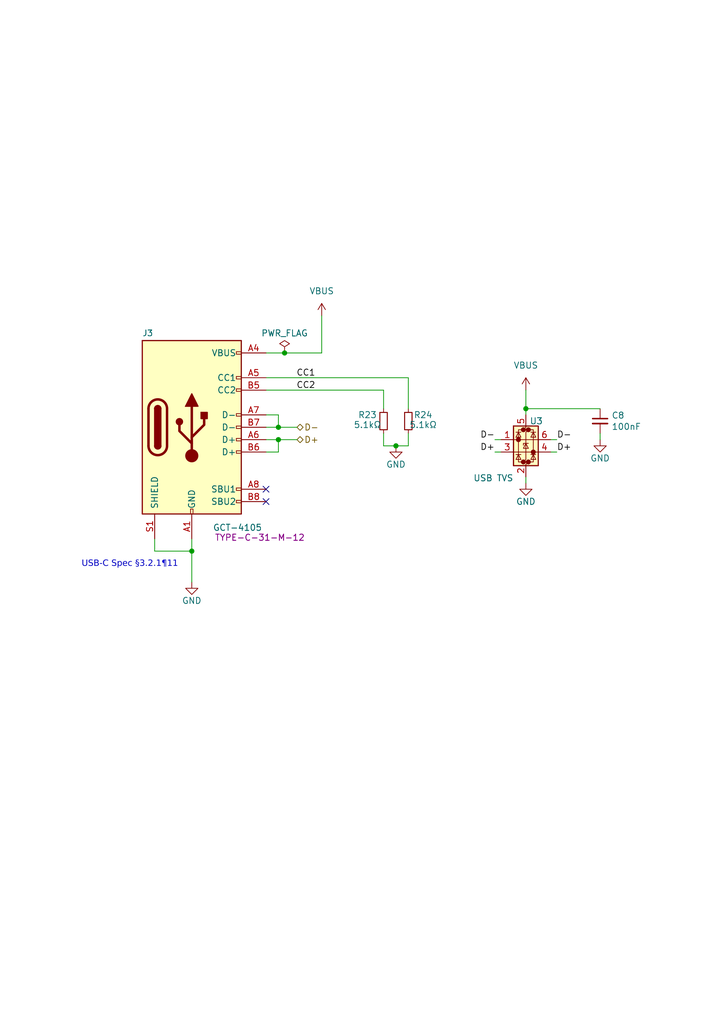
<source format=kicad_sch>
(kicad_sch (version 20250114) (generator "eeschema") (generator_version "9.0")
  (paper "A5" portrait)
  (title_block (title "GBSCSI2 Common Platform Core - USB Type-C Connector") (date "2026-02-01") (rev "2.0") (comment 1 "Drawn by George R. M."))
  (lib_symbols
    (symbol "Connector:USB_C_Receptacle_USB2.0_16P" (pin_names (offset 1.016))
      (property "Reference" "J" (at 0 22.225 0))
      (property "Value" "USB_C_Receptacle_USB2.0_16P" (at 0 19.685 0))
      (symbol "USB_C_Receptacle_USB2.0_16P_0_0"
        (rectangle (start -0.254 -17.78) (end 0.254 -16.764))
        (rectangle (start 10.16 15.494) (end 9.144 14.986))
        (rectangle (start 10.16 10.414) (end 9.144 9.906))
        (rectangle (start 10.16 7.874) (end 9.144 7.366))
        (rectangle (start 10.16 2.794) (end 9.144 2.286))
        (rectangle (start 10.16 0.254) (end 9.144 -0.254))
        (rectangle (start 10.16 -2.286) (end 9.144 -2.794))
        (rectangle (start 10.16 -4.826) (end 9.144 -5.334))
        (rectangle (start 10.16 -12.446) (end 9.144 -12.954))
        (rectangle (start 10.16 -14.986) (end 9.144 -15.494))
      )
      (symbol "USB_C_Receptacle_USB2.0_16P_0_1"
        (rectangle (start -10.16 17.78) (end 10.16 -17.78) (stroke (width 0.254)) (fill (type background)))
        (polyline (pts (xy -8.89 -3.81) (xy -8.89 3.81)) (stroke (width 0.508)))
        (rectangle (start -7.62 -3.81) (end -6.35 3.81) (stroke (width 0.254)) (fill (type outline)))
        (arc (start -7.62 3.81) (mid -6.985 4.4423) (end -6.35 3.81) (stroke (width 0.254)))
        (arc (start -7.62 3.81) (mid -6.985 4.4423) (end -6.35 3.81) (stroke (width 0.254)) (fill (type outline)))
        (arc (start -8.89 3.81) (mid -6.985 5.7067) (end -5.08 3.81) (stroke (width 0.508)))
        (arc (start -5.08 -3.81) (mid -6.985 -5.7067) (end -8.89 -3.81) (stroke (width 0.508)))
        (arc (start -6.35 -3.81) (mid -6.985 -4.4423) (end -7.62 -3.81) (stroke (width 0.254)))
        (arc (start -6.35 -3.81) (mid -6.985 -4.4423) (end -7.62 -3.81) (stroke (width 0.254)) (fill (type outline)))
        (polyline (pts (xy -5.08 3.81) (xy -5.08 -3.81)) (stroke (width 0.508)))
        (circle (center -2.54 1.143) (radius 0.635) (stroke (width 0.254)) (fill (type outline)))
        (polyline (pts (xy -1.27 4.318) (xy 0 6.858) (xy 1.27 4.318) (xy -1.27 4.318)) (stroke (width 0.254)) (fill (type outline)))
        (polyline (pts (xy 0 -2.032) (xy 2.54 0.508) (xy 2.54 1.778)) (stroke (width 0.508)))
        (polyline (pts (xy 0 -3.302) (xy -2.54 -0.762) (xy -2.54 0.508)) (stroke (width 0.508)))
        (polyline (pts (xy 0 -5.842) (xy 0 4.318)) (stroke (width 0.508)))
        (circle (center 0 -5.842) (radius 1.27) (fill (type outline)))
        (rectangle (start 1.905 1.778) (end 3.175 3.048) (stroke (width 0.254)) (fill (type outline)))
      )
      (symbol "USB_C_Receptacle_USB2.0_16P_1_1"
        (pin passive line (at -7.62 -22.86 90) (length 5.08) (name "SHIELD") (number "S1"))
        (pin passive line (at 0 -22.86 90) (length 5.08) (name "GND") (number "A1"))
        (pin passive line (at 0 -22.86 90) (length 5.08) (hide yes) (name "GND") (number "A12"))
        (pin passive line (at 0 -22.86 90) (length 5.08) (hide yes) (name "GND") (number "B1"))
        (pin passive line (at 0 -22.86 90) (length 5.08) (hide yes) (name "GND") (number "B12"))
        (pin passive line (at 15.24 15.24 180) (length 5.08) (name "VBUS") (number "A4"))
        (pin passive line (at 15.24 15.24 180) (length 5.08) (hide yes) (name "VBUS") (number "A9"))
        (pin passive line (at 15.24 15.24 180) (length 5.08) (hide yes) (name "VBUS") (number "B4"))
        (pin passive line (at 15.24 15.24 180) (length 5.08) (hide yes) (name "VBUS") (number "B9"))
        (pin bidirectional line (at 15.24 10.16 180) (length 5.08) (name "CC1") (number "A5"))
        (pin bidirectional line (at 15.24 7.62 180) (length 5.08) (name "CC2") (number "B5"))
        (pin bidirectional line (at 15.24 2.54 180) (length 5.08) (name "D-") (number "A7"))
        (pin bidirectional line (at 15.24 0 180) (length 5.08) (name "D-") (number "B7"))
        (pin bidirectional line (at 15.24 -2.54 180) (length 5.08) (name "D+") (number "A6"))
        (pin bidirectional line (at 15.24 -5.08 180) (length 5.08) (name "D+") (number "B6"))
        (pin bidirectional line (at 15.24 -12.7 180) (length 5.08) (name "SBU1") (number "A8"))
        (pin bidirectional line (at 15.24 -15.24 180) (length 5.08) (name "SBU2") (number "B8"))
      )
    )
    (symbol "Device:C_Small" (pin_numbers (hide yes)) (pin_names (offset 0.254) (hide yes))
      (property "Reference" "C" (at 0.254 1.778 0))
      (property "Value" "C_Small" (at 0.254 -2.032 0))
      (symbol "C_Small_0_1"
        (polyline (pts (xy -1.524 0.508) (xy 1.524 0.508)) (stroke (width 0.3048)))
        (polyline (pts (xy -1.524 -0.508) (xy 1.524 -0.508)) (stroke (width 0.3302)))
      )
      (symbol "C_Small_1_1"
        (pin passive line (at 0 2.54 270) (length 2.032) (name "~") (number "1"))
        (pin passive line (at 0 -2.54 90) (length 2.032) (name "~") (number "2"))
      )
    )
    (symbol "Device:R_Small" (pin_numbers (hide yes)) (pin_names (offset 0.254) (hide yes))
      (property "Reference" "R" (at 0 0 90))
      (property "Value" "R_Small" (at 1.778 0 90))
      (symbol "R_Small_0_1"
        (rectangle (start -0.762 1.778) (end 0.762 -1.778) (stroke (width 0.2032)))
      )
      (symbol "R_Small_1_1"
        (pin passive line (at 0 2.54 270) (length 0.762) (name "~") (number "1"))
        (pin passive line (at 0 -2.54 90) (length 0.762) (name "~") (number "2"))
      )
    )
    (symbol "Power_Protection:USBLC6-2SC6" (pin_names (hide yes))
      (property "Reference" "U" (at 0.635 5.715 0))
      (property "Value" "USBLC6-2SC6" (at 0.635 3.81 0))
      (symbol "USBLC6-2SC6_0_0"
        (circle (center -1.524 0) (radius 0.0001) (stroke (width 0.508)))
        (circle (center -0.508 2.032) (radius 0.0001) (stroke (width 0.508)))
        (circle (center -0.508 -4.572) (radius 0.0001) (stroke (width 0.508)))
        (circle (center 0.508 2.032) (radius 0.0001) (stroke (width 0.508)))
        (circle (center 0.508 -4.572) (radius 0.0001) (stroke (width 0.508)))
        (circle (center 1.524 -2.54) (radius 0.0001) (stroke (width 0.508)))
      )
      (symbol "USBLC6-2SC6_0_1"
        (polyline (pts (xy -2.54 0) (xy 2.54 0)))
        (polyline (pts (xy -2.54 -2.54) (xy 2.54 -2.54)))
        (polyline (pts (xy -2.032 0.508) (xy -1.016 0.508) (xy -1.524 1.524) (xy -2.032 0.508)))
        (polyline (pts (xy -2.032 -3.048) (xy -1.016 -3.048)))
        (polyline (pts (xy -1.016 1.524) (xy -2.032 1.524)))
        (polyline (pts (xy -1.016 -4.064) (xy -2.032 -4.064) (xy -1.524 -3.048) (xy -1.016 -4.064)))
        (polyline (pts (xy -0.508 -1.143) (xy -0.508 -0.762) (xy 0.508 -0.762)))
        (polyline (pts (xy 0 2.54) (xy -0.508 2.032) (xy 0.508 2.032) (xy 0 1.524) (xy 0 -4.064) (xy -0.508 -4.572) (xy 0.508 -4.572) (xy 0 -5.08)))
        (polyline (pts (xy 0.508 -1.778) (xy -0.508 -1.778) (xy 0 -0.762) (xy 0.508 -1.778)))
        (polyline (pts (xy 1.016 1.524) (xy 2.032 1.524)))
        (polyline (pts (xy 1.016 -3.048) (xy 2.032 -3.048)))
        (polyline (pts (xy 2.032 0.508) (xy 1.016 0.508) (xy 1.524 1.524) (xy 2.032 0.508)))
        (polyline (pts (xy 2.032 -4.064) (xy 1.016 -4.064) (xy 1.524 -3.048) (xy 2.032 -4.064)))
      )
      (symbol "USBLC6-2SC6_1_1"
        (rectangle (start -2.54 2.794) (end 2.54 -5.334) (stroke (width 0.254)) (fill (type background)))
        (polyline (pts (xy -0.508 2.032) (xy -1.524 2.032) (xy -1.524 -4.572) (xy -0.508 -4.572)))
        (polyline (pts (xy 0.508 -4.572) (xy 1.524 -4.572) (xy 1.524 2.032) (xy 0.508 2.032)))
        (pin passive line (at -5.08 0 0) (length 2.54) (name "I/O1") (number "1"))
        (pin passive line (at -5.08 -2.54 0) (length 2.54) (name "I/O2") (number "3"))
        (pin passive line (at 0 5.08 270) (length 2.54) (name "VBUS") (number "5"))
        (pin passive line (at 0 -7.62 90) (length 2.54) (name "GND") (number "2"))
        (pin passive line (at 5.08 0 180) (length 2.54) (name "I/O1") (number "6"))
        (pin passive line (at 5.08 -2.54 180) (length 2.54) (name "I/O2") (number "4"))
      )
    )
    (symbol "power:GND" (power) (pin_names (offset 0))
      (property "Value" "GND" (at 0 -3.81 0))
      (symbol "GND_0_1"
        (polyline (pts (xy 0 0) (xy 0 -1.27) (xy 1.27 -1.27) (xy 0 -2.54) (xy -1.27 -1.27) (xy 0 -1.27)))
      )
      (symbol "GND_1_1"
        (pin power_in line (at 0 0 270) (length 0) (hide yes) (name "GND") (number "1"))
      )
    )
    (symbol "power:PWR_FLAG" (power) (pin_numbers (hide yes)) (pin_names (offset 0) (hide yes))
      (property "Value" "PWR_FLAG" (at 0 3.81 0))
      (symbol "PWR_FLAG_0_0"
        (pin power_out line (at 0 0 90) (length 0) (name "~") (number "1"))
      )
      (symbol "PWR_FLAG_0_1"
        (polyline (pts (xy 0 0) (xy 0 1.27) (xy -1.016 1.905) (xy 0 2.54) (xy 1.016 1.905) (xy 0 1.27)))
      )
    )
    (symbol "power:VBUS" (power) (pin_numbers (hide yes)) (pin_names (offset 0) (hide yes))
      (property "Value" "VBUS" (at 0 3.556 0))
      (symbol "VBUS_0_1"
        (polyline (pts (xy -0.762 1.27) (xy 0 2.54)))
        (polyline (pts (xy 0 2.54) (xy 0.762 1.27)))
        (polyline (pts (xy 0 0) (xy 0 2.54)))
      )
      (symbol "VBUS_1_1"
        (pin power_in line (at 0 0 90) (length 0) (name "~") (number "1"))
      )
    )
  )
  (text "USB-C Spec §3.2.1¶11" (at 16.764 116.84 0) (effects (font (size 1.27 1.27)) (justify left bottom)))
  (junction (at 107.95 83.82))
  (junction (at 39.37 113.03))
  (junction (at 57.15 90.17) (diameter 0.9144))
  (junction (at 58.42 72.39))
  (junction (at 57.15 87.63) (diameter 0.9144))
  (junction (at 81.28 91.44))
  (no_connect (at 54.61 100.33))
  (no_connect (at 54.61 102.87))
  (wire (pts (xy 78.74 80.01) (xy 78.74 83.82)))
  (wire (pts (xy 39.37 110.49) (xy 39.37 113.03)))
  (wire (pts (xy 83.82 77.47) (xy 83.82 83.82)))
  (wire (pts (xy 81.28 91.44) (xy 78.74 91.44)))
  (wire (pts (xy 107.95 83.82) (xy 107.95 85.09)))
  (wire (pts (xy 113.03 92.71) (xy 114.3 92.71)))
  (wire (pts (xy 58.42 72.39) (xy 54.61 72.39)))
  (wire (pts (xy 54.61 80.01) (xy 78.74 80.01)))
  (wire (pts (xy 101.6 90.17) (xy 102.87 90.17)))
  (wire (pts (xy 31.75 110.49) (xy 31.75 113.03)))
  (wire (pts (xy 107.95 80.01) (xy 107.95 83.82)))
  (wire (pts (xy 123.19 83.82) (xy 107.95 83.82)))
  (wire (pts (xy 66.04 64.77) (xy 66.04 72.39)))
  (wire (pts (xy 57.15 87.63) (xy 54.61 87.63)))
  (wire (pts (xy 54.61 90.17) (xy 57.15 90.17)))
  (wire (pts (xy 54.61 85.09) (xy 57.15 85.09)))
  (wire (pts (xy 83.82 88.9) (xy 83.82 91.44)))
  (wire (pts (xy 107.95 97.79) (xy 107.95 99.06)))
  (wire (pts (xy 123.19 90.17) (xy 123.19 88.9)))
  (wire (pts (xy 57.15 87.63) (xy 60.96 87.63)))
  (wire (pts (xy 114.3 90.17) (xy 113.03 90.17)))
  (wire (pts (xy 54.61 77.47) (xy 83.82 77.47)))
  (wire (pts (xy 31.75 113.03) (xy 39.37 113.03)))
  (wire (pts (xy 57.15 85.09) (xy 57.15 87.63)))
  (wire (pts (xy 102.87 92.71) (xy 101.6 92.71)))
  (wire (pts (xy 83.82 91.44) (xy 81.28 91.44)))
  (wire (pts (xy 57.15 90.17) (xy 57.15 92.71)))
  (wire (pts (xy 57.15 90.17) (xy 60.96 90.17)))
  (wire (pts (xy 54.61 92.71) (xy 57.15 92.71)))
  (wire (pts (xy 78.74 88.9) (xy 78.74 91.44)))
  (wire (pts (xy 39.37 113.03) (xy 39.37 119.38)))
  (wire (pts (xy 66.04 72.39) (xy 58.42 72.39)))
  (label "D+" (at 114.3 92.71 0))
  (label "D+" (at 101.6 92.71 180))
  (label "CC2" (at 64.77 80.01 180))
  (label "D-" (at 101.6 90.17 180))
  (label "D-" (at 114.3 90.17 0))
  (label "CC1" (at 64.77 77.47 180))
  (hierarchical_label "D-" (shape bidirectional) (at 60.96 87.63 0))
  (hierarchical_label "D+" (shape bidirectional) (at 60.96 90.17 0))
  (symbol (lib_id "power:GND") (at 107.95 99.06 0) (mirror y) (unit 1)
    (property "Reference" "#PWR0119" (effects (hide yes)))
    (property "Value" "GND" (at 107.95 102.87 0))
  )
  (symbol (lib_id "Connector:USB_C_Receptacle_USB2.0_16P") (at 39.37 87.63 0) (unit 1)
    (property "Reference" "J3" (at 29.21 68.326 0) (effects (font (size 1.2 1.2)) (justify left)))
    (property "Value" "GCT-4105" (at 43.688 108.204 0) (effects (justify left)))
    (property "Footprint" "Connector_USB:USB_C_Receptacle_HRO_TYPE-C-31-M-12" (effects (hide yes)))
    (property "Datasheet" "https://datasheet.lcsc.com/lcsc/2108131730_Korean-Hroparts-Elec-TYPE-C-31-M-12_C165948.pdf" (effects (hide yes)))
    (property "LCSC" "C2927038" (effects (hide yes)))
    (property "Preferred MPN" "USB-TYPE-C-018" (effects (hide yes)))
    (property "Alternate Part Number" "TYPE-C-31-M-12" (effects (hide yes)))
    (property "Case/Package" "TYPE-C-31-M-12" (at 53.34 110.236 0))
  )
  (symbol (lib_id "power:PWR_FLAG") (at 58.42 72.39 0) (unit 1)
    (property "Reference" "#FLG0101" (effects (hide yes)))
    (property "Value" "PWR_FLAG" (at 58.42 68.326 0))
    (property "Description" "Special symbol for telling ERC where power comes from" (effects (hide yes)))
  )
  (symbol (lib_id "power:GND") (at 81.28 91.44 0) (unit 1)
    (property "Reference" "#PWR0118" (effects (hide yes)))
    (property "Value" "GND" (at 81.28 95.25 0))
  )
  (symbol (lib_id "power:VBUS") (at 107.95 80.01 0) (unit 1)
    (property "Reference" "#PWR0120" (effects (hide yes)))
    (property "Value" "VBUS" (at 107.95 74.93 0))
    (property "Description" "Power symbol creates a global label with name \"VBUS\"" (effects (hide yes)))
  )
  (symbol (lib_id "power:VBUS") (at 66.04 64.77 0) (unit 1)
    (property "Reference" "#PWR0116" (effects (hide yes)))
    (property "Value" "VBUS" (at 66.04 59.69 0))
    (property "Description" "Power symbol creates a global label with name \"VBUS\"" (effects (hide yes)))
  )
  (symbol (lib_id "Power_Protection:USBLC6-2SC6") (at 107.95 90.17 0) (unit 1)
    (property "Reference" "U3" (at 108.712 86.36 0) (effects (justify left)))
    (property "Value" "USB TVS" (at 105.41 98.044 0) (effects (justify right)))
    (property "Footprint" "Package_TO_SOT_SMD:SOT-23-6" (effects (hide yes)))
    (property "Datasheet" "https://www.st.com/resource/en/datasheet/usblc6-2.pdf" (effects (hide yes)))
    (property "LCSC" "C2827654" (effects (hide yes)))
    (property "LCSC Part #" "C2827654" (effects (hide yes)))
  )
  (symbol (lib_id "Device:R_Small") (at 83.82 86.36 0) (mirror y) (unit 1)
    (property "Reference" "R24" (at 86.868 85.09 0))
    (property "Value" "5.1kΩ" (at 86.868 87.122 0))
    (property "Footprint" "Resistor_SMD:R_0402_1005Metric" (effects (hide yes)))
    (property "LCSC" "C25905" (effects (hide yes)))
    (property "LCSC Part #" "C25905" (effects (hide yes)))
  )
  (symbol (lib_id "power:GND") (at 39.37 119.38 0) (unit 1)
    (property "Reference" "#PWR0115" (effects (hide yes)))
    (property "Value" "GND" (at 39.37 123.19 0))
  )
  (symbol (lib_id "power:GND") (at 123.19 90.17 0) (mirror y) (unit 1)
    (property "Reference" "#PWR0117" (effects (hide yes)))
    (property "Value" "GND" (at 123.19 93.98 0))
  )
  (symbol (lib_id "Device:R_Small") (at 78.74 86.36 0) (mirror y) (unit 1)
    (property "Reference" "R23" (at 75.438 85.09 0))
    (property "Value" "5.1kΩ" (at 75.438 87.122 0))
    (property "Footprint" "Resistor_SMD:R_0402_1005Metric" (effects (hide yes)))
    (property "LCSC" "C25905" (effects (hide yes)))
    (property "LCSC Part #" "C25905" (effects (hide yes)))
  )
  (symbol (lib_id "Device:C_Small") (at 123.19 86.36 0) (unit 1)
    (property "Reference" "C8" (at 125.5268 85.1916 0) (effects (justify left)))
    (property "Value" "100nF" (at 125.5268 87.503 0) (effects (justify left)))
    (property "Footprint" "Capacitor_SMD:C_0402_1005Metric" (effects (hide yes)))
    (property "LCSC" "C307331" (effects (hide yes)))
    (property "LCSC Part #" "C307331" (effects (hide yes)))
  )
)
</source>
